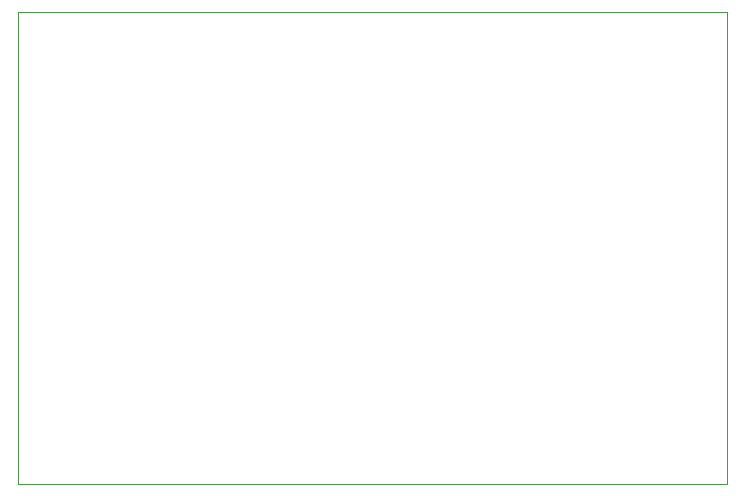
<source format=gbr>
%TF.GenerationSoftware,Altium Limited,Altium Designer,23.0.1 (38)*%
G04 Layer_Color=0*
%FSLAX45Y45*%
%MOMM*%
%TF.SameCoordinates,23585DA5-ACB2-476B-884B-69EE35DA9315*%
%TF.FilePolarity,Positive*%
%TF.FileFunction,Profile,NP*%
%TF.Part,Single*%
G01*
G75*
%TA.AperFunction,Profile*%
%ADD45C,0.02540*%
D45*
X3909060Y3691120D02*
Y7691120D01*
X9909060D01*
Y3691120D01*
X3909060D01*
%TF.MD5,7f352d3b6917028348a5bf01f330efb7*%
M02*

</source>
